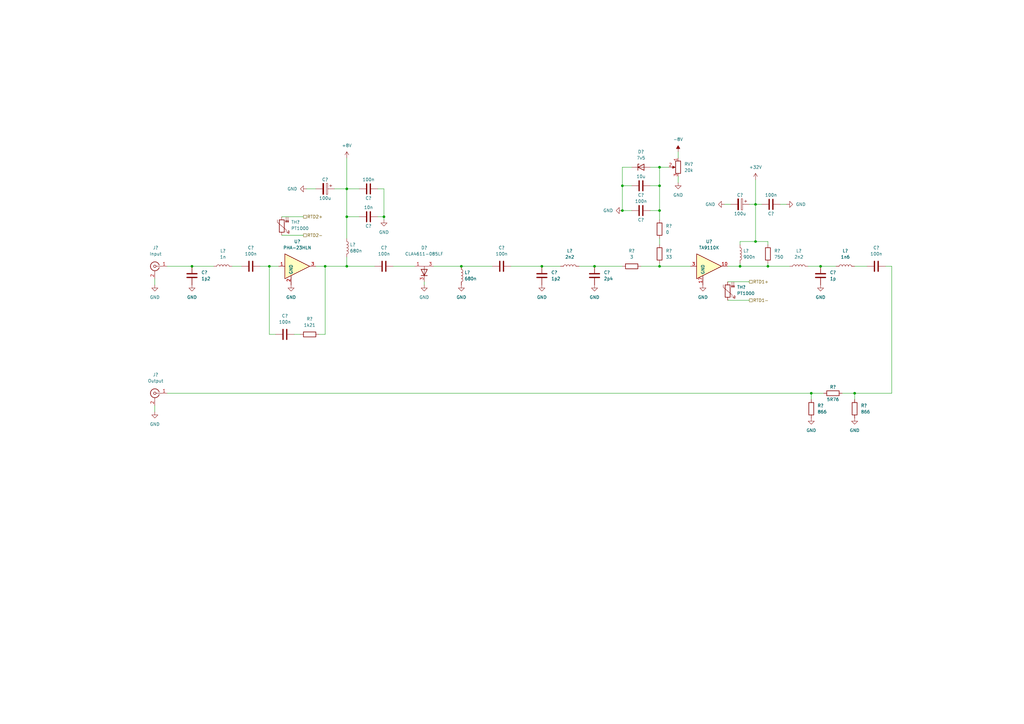
<source format=kicad_sch>
(kicad_sch (version 20211123) (generator eeschema)
  (paper "A3")
  (title_block (title "Usilitel") (date "2022-07-12") (rev "0.1") (company "M-Labs") (comment 1 "Wideband power amplifier") (comment 3 "a.k.a. topquark12") (comment 4 "Alex Wong Tat Hang"))
  (lib_symbols
    (symbol "Connector:Conn_Coaxial" (pin_names (offset 1.016) hide)
      (property "Reference" "J" (at 0.254 3.048 0))
      (property "Value" "Conn_Coaxial" (at 2.921 0 90))
      (symbol "Conn_Coaxial_0_1"
        (arc (start -1.778 -0.508) (mid 0.222 -1.808) (end 1.778 0) (stroke (width 0.254)))
        (polyline (pts (xy -2.54 0) (xy -0.508 0)))
        (polyline (pts (xy 0 -2.54) (xy 0 -1.778)))
        (circle (center 0 0) (radius 0.508) (stroke (width 0.2032)))
        (arc (start 1.778 0) (mid 0.222 1.8083) (end -1.778 0.508) (stroke (width 0.254)))
      )
      (symbol "Conn_Coaxial_1_1"
        (pin passive line (at -5.08 0 0) (length 2.54) (name "In") (number "1"))
        (pin passive line (at 0 -5.08 90) (length 2.54) (name "Ext") (number "2"))
      )
    )
    (symbol "Device:C" (pin_numbers hide) (pin_names (offset 0.254))
      (property "Reference" "C" (at 0.635 2.54 0))
      (property "Value" "C" (at 0.635 -2.54 0))
      (symbol "C_0_1"
        (polyline (pts (xy -2.032 -0.762) (xy 2.032 -0.762)) (stroke (width 0.508)))
        (polyline (pts (xy -2.032 0.762) (xy 2.032 0.762)) (stroke (width 0.508)))
      )
      (symbol "C_1_1"
        (pin passive line (at 0 3.81 270) (length 2.794) (name "~") (number "1"))
        (pin passive line (at 0 -3.81 90) (length 2.794) (name "~") (number "2"))
      )
    )
    (symbol "Device:C_Polarized" (pin_numbers hide) (pin_names (offset 0.254))
      (property "Reference" "C" (at 0.635 2.54 0))
      (property "Value" "C_Polarized" (at 0.635 -2.54 0))
      (symbol "C_Polarized_0_1"
        (rectangle (start -2.286 0.508) (end 2.286 1.016))
        (polyline (pts (xy -1.778 2.286) (xy -0.762 2.286)))
        (polyline (pts (xy -1.27 2.794) (xy -1.27 1.778)))
        (rectangle (start 2.286 -0.508) (end -2.286 -1.016) (fill (type outline)))
      )
      (symbol "C_Polarized_1_1"
        (pin passive line (at 0 3.81 270) (length 2.794) (name "~") (number "1"))
        (pin passive line (at 0 -3.81 90) (length 2.794) (name "~") (number "2"))
      )
    )
    (symbol "Device:D_Zener" (pin_numbers hide) (pin_names (offset 1.016) hide)
      (property "Reference" "D" (at 0 2.54 0))
      (property "Value" "D_Zener" (at 0 -2.54 0))
      (symbol "D_Zener_0_1"
        (polyline (pts (xy 1.27 0) (xy -1.27 0)))
        (polyline (pts (xy -1.27 -1.27) (xy -1.27 1.27) (xy -0.762 1.27)) (stroke (width 0.254)))
        (polyline (pts (xy 1.27 -1.27) (xy 1.27 1.27) (xy -1.27 0) (xy 1.27 -1.27)) (stroke (width 0.254)))
      )
      (symbol "D_Zener_1_1"
        (pin passive line (at -3.81 0 0) (length 2.54) (name "K") (number "1"))
        (pin passive line (at 3.81 0 180) (length 2.54) (name "A") (number "2"))
      )
    )
    (symbol "Device:L" (pin_numbers hide) (pin_names (offset 1.016) hide)
      (property "Reference" "L" (at -1.27 0 90))
      (property "Value" "L" (at 1.905 0 90))
      (symbol "L_0_1"
        (arc (start 0 -2.54) (mid 0.635 -1.905) (end 0 -1.27))
        (arc (start 0 -1.27) (mid 0.635 -0.635) (end 0 0))
        (arc (start 0 0) (mid 0.635 0.635) (end 0 1.27))
        (arc (start 0 1.27) (mid 0.635 1.905) (end 0 2.54))
      )
      (symbol "L_1_1"
        (pin passive line (at 0 3.81 270) (length 1.27) (name "1") (number "1"))
        (pin passive line (at 0 -3.81 90) (length 1.27) (name "2") (number "2"))
      )
    )
    (symbol "Device:R" (pin_numbers hide) (pin_names (offset 0))
      (property "Reference" "R" (at 2.032 0 90))
      (property "Value" "R" (at 0 0 90))
      (symbol "R_0_1"
        (rectangle (start -1.016 -2.54) (end 1.016 2.54) (stroke (width 0.254)))
      )
      (symbol "R_1_1"
        (pin passive line (at 0 3.81 270) (length 1.27) (name "~") (number "1"))
        (pin passive line (at 0 -3.81 90) (length 1.27) (name "~") (number "2"))
      )
    )
    (symbol "Device:R_Potentiometer" (pin_names (offset 1.016) hide)
      (property "Reference" "RV" (at -4.445 0 90))
      (property "Value" "R_Potentiometer" (at -2.54 0 90))
      (symbol "R_Potentiometer_0_1"
        (polyline (pts (xy 2.54 0) (xy 1.524 0)))
        (polyline (pts (xy 1.143 0) (xy 2.286 0.508) (xy 2.286 -0.508) (xy 1.143 0)) (fill (type outline)))
        (rectangle (start 1.016 2.54) (end -1.016 -2.54) (stroke (width 0.254)))
      )
      (symbol "R_Potentiometer_1_1"
        (pin passive line (at 0 3.81 270) (length 1.27) (name "1") (number "1"))
        (pin passive line (at 3.81 0 180) (length 1.27) (name "2") (number "2"))
        (pin passive line (at 0 -3.81 90) (length 1.27) (name "3") (number "3"))
      )
    )
    (symbol "Device:Thermistor_PTC" (pin_numbers hide) (pin_names (offset 0))
      (property "Reference" "TH" (at -4.064 0 90))
      (property "Value" "Thermistor_PTC" (at 3.048 0 90))
      (symbol "Thermistor_PTC_0_1"
        (arc (start -3.048 2.159) (mid -3.0505 2.3165) (end -3.175 2.413))
        (arc (start -3.048 2.159) (mid -2.9736 1.9794) (end -2.794 1.905))
        (arc (start -3.048 2.794) (mid -2.9736 2.6144) (end -2.794 2.54))
        (arc (start -2.794 1.905) (mid -2.6144 1.9794) (end -2.54 2.159))
        (arc (start -2.794 2.54) (mid -2.434 2.5608) (end -2.159 2.794))
        (arc (start -2.794 3.048) (mid -2.9736 2.9736) (end -3.048 2.794))
        (arc (start -2.54 2.794) (mid -2.6144 2.9736) (end -2.794 3.048))
        (rectangle (start -1.016 2.54) (end 1.016 -2.54) (stroke (width 0.254)))
        (polyline (pts (xy -2.54 2.159) (xy -2.54 2.794)))
        (polyline (pts (xy -1.778 2.54) (xy -1.778 1.524) (xy 1.778 -1.524) (xy 1.778 -2.54)))
        (polyline (pts (xy -2.54 -3.683) (xy -2.54 -1.397) (xy -2.794 -2.159) (xy -2.286 -2.159) (xy -2.54 -1.397) (xy -2.54 -1.651)) (fill (type outline)))
        (polyline (pts (xy -1.778 -3.683) (xy -1.778 -1.397) (xy -2.032 -2.159) (xy -1.524 -2.159) (xy -1.778 -1.397) (xy -1.778 -1.651)) (fill (type outline)))
      )
      (symbol "Thermistor_PTC_1_1"
        (pin passive line (at 0 3.81 270) (length 1.27) (name "~") (number "1"))
        (pin passive line (at 0 -3.81 90) (length 1.27) (name "~") (number "2"))
      )
    )
    (symbol "RF_Amplifier:PHA-23HLN"
      (property "Reference" "U" (at -1.27 7.62 0))
      (property "Value" "PHA-23HLN" (at 2.54 5.08 0))
      (symbol "PHA-23HLN_0_1"
        (polyline (pts (xy 5.08 0) (xy -5.08 5.08) (xy -5.08 -5.08) (xy 5.08 0)) (stroke (width 0.254)) (fill (type background)))
      )
      (symbol "PHA-23HLN_1_1"
        (pin input line (at -7.62 0 0) (length 2.54) (name "~") (number "1"))
        (pin power_in line (at -2.54 -7.62 90) (length 3.81) (name "GND") (number "2"))
        (pin output line (at 7.62 0 180) (length 2.54) (name "~") (number "3"))
      )
    )
    (symbol "power:+8V" (power) (pin_names (offset 0))
      (property "Value" "+8V" (at 0 3.556 0))
      (symbol "+8V_0_1"
        (polyline (pts (xy -0.762 1.27) (xy 0 2.54)))
        (polyline (pts (xy 0 0) (xy 0 2.54)))
        (polyline (pts (xy 0 2.54) (xy 0.762 1.27)))
      )
      (symbol "+8V_1_1"
        (pin power_in line (at 0 0 90) (length 0) hide (name "+8V") (number "1"))
      )
    )
    (symbol "power:-8V" (power) (pin_names (offset 0))
      (property "Value" "-8V" (at 0 3.81 0))
      (symbol "-8V_0_0"
        (pin power_in line (at 0 0 90) (length 0) hide (name "-8V") (number "1"))
      )
      (symbol "-8V_0_1"
        (polyline (pts (xy 0 0) (xy 0 1.27) (xy 0.762 1.27) (xy 0 2.54) (xy -0.762 1.27) (xy 0 1.27)) (fill (type outline)))
      )
    )
    (symbol "power:GND" (power) (pin_names (offset 0))
      (property "Value" "GND" (at 0 -3.81 0))
      (symbol "GND_0_1"
        (polyline (pts (xy 0 0) (xy 0 -1.27) (xy 1.27 -1.27) (xy 0 -2.54) (xy -1.27 -1.27) (xy 0 -1.27)))
      )
      (symbol "GND_1_1"
        (pin power_in line (at 0 0 270) (length 0) hide (name "GND") (number "1"))
      )
    )
    (symbol "usilitel:+32V" (power) (pin_names (offset 0))
      (property "Value" "+32V" (at 0 3.556 0))
      (symbol "+32V_0_1"
        (polyline (pts (xy -0.762 1.27) (xy 0 2.54)))
        (polyline (pts (xy 0 0) (xy 0 2.54)))
        (polyline (pts (xy 0 2.54) (xy 0.762 1.27)))
      )
      (symbol "+32V_1_1"
        (pin power_in line (at 0 0 90) (length 0) hide (name "+32V") (number "1"))
      )
    )
    (symbol "usilitel:CLA4611-085LF"
      (property "Reference" "D" (at 0 2.54 0))
      (property "Value" "CLA4611-085LF" (at 0 5.08 0))
      (symbol "CLA4611-085LF_0_1"
        (polyline (pts (xy -1.27 -3.81) (xy 1.27 -3.81)) (stroke (width 0.254)))
        (polyline (pts (xy -1.27 0) (xy 1.27 0)))
        (polyline (pts (xy 0 -1.27) (xy 0 -3.81)))
        (polyline (pts (xy 0 -1.27) (xy 0 0)))
        (polyline (pts (xy -1.27 -1.27) (xy 1.27 -1.27) (xy 0 -3.81) (xy -1.27 -1.27)) (stroke (width 0.254)))
      )
      (symbol "CLA4611-085LF_1_1"
        (pin passive line (at -3.81 0 0) (length 2.54) (name "A") (number "1"))
        (pin passive line (at 3.81 0 180) (length 2.54) (name "A") (number "3"))
        (pin passive line (at 0 -6.35 90) (length 2.54) (name "K") (number "3"))
      )
    )
    (symbol "usilitel:TA9110K"
      (property "Reference" "U" (at 5.08 7.62 0))
      (property "Value" "TA9110K" (at 5.08 5.08 0))
      (symbol "TA9110K_0_0"
        (pin power_in line (at 0 -7.62 90) (length 2.54) hide (name "GND") (number "1"))
        (pin power_in line (at 0 -7.62 90) (length 2.54) hide (name "GND") (number "11"))
        (pin power_in line (at 0 -7.62 90) (length 2.54) hide (name "GND") (number "12"))
        (pin power_in line (at 0 -7.62 90) (length 2.54) hide (name "GND") (number "13"))
        (pin power_in line (at 0 -7.62 90) (length 2.54) hide (name "GND") (number "14"))
        (pin power_in line (at 0 -7.62 90) (length 2.54) hide (name "GND") (number "15"))
        (pin power_in line (at 0 -7.62 90) (length 2.54) hide (name "GND") (number "16"))
        (pin power_in line (at 0 -7.62 90) (length 2.54) hide (name "GND") (number "2"))
        (pin power_in line (at 0 -7.62 90) (length 2.54) hide (name "GND") (number "4"))
        (pin power_in line (at 0 -7.62 90) (length 2.54) hide (name "GND") (number "5"))
        (pin power_in line (at 0 -7.62 90) (length 2.54) hide (name "GND") (number "6"))
        (pin power_in line (at 0 -7.62 90) (length 2.54) hide (name "GND") (number "7"))
        (pin power_in line (at 0 -7.62 90) (length 2.54) hide (name "GND") (number "8"))
        (pin power_in line (at 0 -7.62 90) (length 2.54) hide (name "GND") (number "9"))
      )
      (symbol "TA9110K_0_1"
        (polyline (pts (xy 7.62 0) (xy -2.54 5.08) (xy -2.54 -5.08) (xy 7.62 0)) (stroke (width 0.254)) (fill (type background)))
      )
      (symbol "TA9110K_1_1"
        (pin output line (at 10.16 0 180) (length 2.54) (name "~") (number "10"))
        (pin power_in line (at 0 -7.62 90) (length 3.81) (name "GND") (number "17"))
        (pin input line (at -5.08 0 0) (length 2.54) (name "~") (number "3"))
      )
    )
  )
  (junction (at 142.24 88.9))
  (junction (at 270.51 109.22))
  (junction (at 78.74 109.22))
  (junction (at 270.51 68.58))
  (junction (at 270.51 76.2))
  (junction (at 255.27 86.36))
  (junction (at 243.84 109.22))
  (junction (at 350.52 161.29))
  (junction (at 133.35 109.22))
  (junction (at 332.74 161.29))
  (junction (at 157.48 88.9))
  (junction (at 314.96 109.22))
  (junction (at 255.27 76.2))
  (junction (at 309.88 99.06))
  (junction (at 142.24 77.47))
  (junction (at 110.49 109.22))
  (junction (at 142.24 109.22))
  (junction (at 336.55 109.22))
  (junction (at 270.51 86.36))
  (junction (at 303.53 109.22))
  (junction (at 189.23 109.22))
  (junction (at 222.25 109.22))
  (junction (at 309.88 83.82))
  (wire (pts (xy 303.53 107.95) (xy 303.53 109.22)))
  (wire (pts (xy 243.84 109.22) (xy 255.27 109.22)))
  (wire (pts (xy 266.7 76.2) (xy 270.51 76.2)))
  (wire (pts (xy 106.68 109.22) (xy 110.49 109.22)))
  (wire (pts (xy 63.5 168.91) (xy 63.5 166.37)))
  (wire (pts (xy 298.45 123.19) (xy 307.34 123.19)))
  (wire (pts (xy 274.32 68.58) (xy 270.51 68.58)))
  (wire (pts (xy 332.74 161.29) (xy 332.74 163.83)))
  (wire (pts (xy 350.52 161.29) (xy 365.76 161.29)))
  (wire (pts (xy 115.57 96.52) (xy 124.46 96.52)))
  (wire (pts (xy 309.88 99.06) (xy 314.96 99.06)))
  (wire (pts (xy 177.8 109.22) (xy 189.23 109.22)))
  (wire (pts (xy 303.53 100.33) (xy 303.53 99.06)))
  (wire (pts (xy 157.48 88.9) (xy 157.48 77.47)))
  (wire (pts (xy 209.55 109.22) (xy 222.25 109.22)))
  (wire (pts (xy 266.7 86.36) (xy 270.51 86.36)))
  (wire (pts (xy 278.13 62.23) (xy 278.13 64.77)))
  (wire (pts (xy 173.99 116.84) (xy 173.99 115.57)))
  (wire (pts (xy 133.35 137.16) (xy 133.35 109.22)))
  (wire (pts (xy 142.24 88.9) (xy 147.32 88.9)))
  (wire (pts (xy 365.76 109.22) (xy 363.22 109.22)))
  (wire (pts (xy 120.65 137.16) (xy 123.19 137.16)))
  (wire (pts (xy 113.03 137.16) (xy 110.49 137.16)))
  (wire (pts (xy 255.27 68.58) (xy 259.08 68.58)))
  (wire (pts (xy 78.74 109.22) (xy 87.63 109.22)))
  (wire (pts (xy 270.51 97.79) (xy 270.51 100.33)))
  (wire (pts (xy 115.57 88.9) (xy 124.46 88.9)))
  (wire (pts (xy 110.49 109.22) (xy 114.3 109.22)))
  (wire (pts (xy 314.96 109.22) (xy 303.53 109.22)))
  (wire (pts (xy 161.29 109.22) (xy 170.18 109.22)))
  (wire (pts (xy 314.96 109.22) (xy 323.85 109.22)))
  (wire (pts (xy 130.81 137.16) (xy 133.35 137.16)))
  (wire (pts (xy 142.24 109.22) (xy 153.67 109.22)))
  (wire (pts (xy 314.96 99.06) (xy 314.96 100.33)))
  (wire (pts (xy 63.5 116.84) (xy 63.5 114.3)))
  (wire (pts (xy 303.53 99.06) (xy 309.88 99.06)))
  (wire (pts (xy 255.27 76.2) (xy 255.27 68.58)))
  (wire (pts (xy 142.24 77.47) (xy 147.32 77.47)))
  (wire (pts (xy 270.51 109.22) (xy 283.21 109.22)))
  (wire (pts (xy 142.24 88.9) (xy 142.24 77.47)))
  (wire (pts (xy 137.16 77.47) (xy 142.24 77.47)))
  (wire (pts (xy 309.88 83.82) (xy 309.88 99.06)))
  (wire (pts (xy 365.76 161.29) (xy 365.76 109.22)))
  (wire (pts (xy 350.52 109.22) (xy 355.6 109.22)))
  (wire (pts (xy 189.23 109.22) (xy 201.93 109.22)))
  (wire (pts (xy 298.45 115.57) (xy 307.34 115.57)))
  (wire (pts (xy 266.7 68.58) (xy 270.51 68.58)))
  (wire (pts (xy 222.25 109.22) (xy 229.87 109.22)))
  (wire (pts (xy 255.27 86.36) (xy 255.27 76.2)))
  (wire (pts (xy 336.55 109.22) (xy 342.9 109.22)))
  (wire (pts (xy 157.48 77.47) (xy 154.94 77.47)))
  (wire (pts (xy 332.74 161.29) (xy 337.82 161.29)))
  (wire (pts (xy 142.24 88.9) (xy 142.24 97.79)))
  (wire (pts (xy 157.48 88.9) (xy 157.48 90.17)))
  (wire (pts (xy 345.44 161.29) (xy 350.52 161.29)))
  (wire (pts (xy 133.35 109.22) (xy 129.54 109.22)))
  (wire (pts (xy 133.35 109.22) (xy 142.24 109.22)))
  (wire (pts (xy 320.04 83.82) (xy 322.58 83.82)))
  (wire (pts (xy 278.13 72.39) (xy 278.13 74.93)))
  (wire (pts (xy 270.51 68.58) (xy 270.51 76.2)))
  (wire (pts (xy 262.89 109.22) (xy 270.51 109.22)))
  (wire (pts (xy 270.51 76.2) (xy 270.51 86.36)))
  (wire (pts (xy 237.49 109.22) (xy 243.84 109.22)))
  (wire (pts (xy 110.49 137.16) (xy 110.49 109.22)))
  (wire (pts (xy 331.47 109.22) (xy 336.55 109.22)))
  (wire (pts (xy 350.52 161.29) (xy 350.52 163.83)))
  (wire (pts (xy 270.51 107.95) (xy 270.51 109.22)))
  (wire (pts (xy 309.88 73.66) (xy 309.88 83.82)))
  (wire (pts (xy 307.34 83.82) (xy 309.88 83.82)))
  (wire (pts (xy 142.24 64.77) (xy 142.24 77.47)))
  (wire (pts (xy 154.94 88.9) (xy 157.48 88.9)))
  (wire (pts (xy 142.24 105.41) (xy 142.24 109.22)))
  (wire (pts (xy 270.51 86.36) (xy 270.51 90.17)))
  (wire (pts (xy 303.53 109.22) (xy 298.45 109.22)))
  (wire (pts (xy 95.25 109.22) (xy 99.06 109.22)))
  (wire (pts (xy 314.96 107.95) (xy 314.96 109.22)))
  (wire (pts (xy 309.88 83.82) (xy 312.42 83.82)))
  (wire (pts (xy 255.27 86.36) (xy 259.08 86.36)))
  (wire (pts (xy 255.27 76.2) (xy 259.08 76.2)))
  (wire (pts (xy 125.73 77.47) (xy 129.54 77.47)))
  (wire (pts (xy 68.58 109.22) (xy 78.74 109.22)))
  (wire (pts (xy 68.58 161.29) (xy 332.74 161.29)))
  (wire (pts (xy 299.72 83.82) (xy 297.18 83.82)))
  (hierarchical_label "RTD2-" (shape passive) (at 124.46 96.52 0))
  (hierarchical_label "RTD2+" (shape passive) (at 124.46 88.9 0))
  (hierarchical_label "RTD1-" (shape passive) (at 307.34 123.19 0))
  (hierarchical_label "RTD1+" (shape passive) (at 307.34 115.57 0))
  (symbol (lib_id "Device:L") (at 142.24 101.6 0) (unit 1)
    (property "Reference" "L?" (at 143.51 100.3299 0) (effects (justify left)))
    (property "Value" "680n" (at 143.51 102.8699 0) (effects (justify left)))
  )
  (symbol (lib_id "power:GND") (at 63.5 168.91 0) (unit 1)
    (property "Reference" "#PWR?" (effects hide))
    (property "Value" "GND" (at 63.5 173.99 0))
  )
  (symbol (lib_id "usilitel:CLA4611-085LF") (at 173.99 109.22 0) (unit 1)
    (property "Reference" "D?" (at 173.99 101.6 0))
    (property "Value" "CLA4611-085LF" (at 173.99 104.14 0))
    (property "Footprint" "usilitel:CLA4611-085LF" (effects hide))
  )
  (symbol (lib_id "RF_Amplifier:PHA-23HLN") (at 121.92 109.22 0) (unit 1)
    (property "Reference" "U?" (at 121.92 99.06 0))
    (property "Value" "PHA-23HLN" (at 121.92 101.6 0))
    (property "Footprint" "Package_TO_SOT_SMD:SOT-89-3" (effects hide))
    (property "Datasheet" "https://www.minicircuits.com/pdfs/PHA-23HLN+.pdf" (effects hide))
  )
  (symbol (lib_id "power:GND") (at 288.29 116.84 0) (unit 1)
    (property "Reference" "#PWR?" (effects hide))
    (property "Value" "GND" (at 288.29 121.92 0))
  )
  (symbol (lib_id "Device:Thermistor_PTC") (at 298.45 119.38 180) (unit 1)
    (property "Reference" "TH?" (at 302.26 117.7924 0) (effects (justify right)))
    (property "Value" "PT1000" (at 302.26 120.3324 0) (effects (justify right)))
  )
  (symbol (lib_id "power:GND") (at 336.55 116.84 0) (unit 1)
    (property "Reference" "#PWR?" (effects hide))
    (property "Value" "GND" (at 336.55 121.92 0))
  )
  (symbol (lib_id "Device:L") (at 91.44 109.22 90) (unit 1)
    (property "Reference" "L?" (at 91.44 102.87 90))
    (property "Value" "1n" (at 91.44 105.41 90))
  )
  (symbol (lib_id "Device:R") (at 259.08 109.22 90) (unit 1)
    (property "Reference" "R?" (at 259.08 102.87 90))
    (property "Value" "3" (at 259.08 105.41 90))
  )
  (symbol (lib_id "Device:R") (at 341.63 161.29 90) (unit 1)
    (property "Reference" "R?" (at 341.63 158.75 90))
    (property "Value" "5R76" (at 341.63 163.83 90))
  )
  (symbol (lib_id "Device:C") (at 243.84 113.03 0) (unit 1)
    (property "Reference" "C?" (at 247.65 111.7599 0) (effects (justify left)))
    (property "Value" "2p4" (at 247.65 114.2999 0) (effects (justify left)))
  )
  (symbol (lib_id "power:GND") (at 297.18 83.82 270) (unit 1)
    (property "Reference" "#PWR?" (effects hide))
    (property "Value" "GND" (at 293.37 83.8199 90) (effects (justify right)))
  )
  (symbol (lib_id "Device:R") (at 127 137.16 90) (unit 1)
    (property "Reference" "R?" (at 127 130.81 90))
    (property "Value" "1k21" (at 127 133.35 90))
  )
  (symbol (lib_id "Connector:Conn_Coaxial") (at 63.5 161.29 0) (mirror y) (unit 1)
    (property "Reference" "J?" (at 63.8174 153.67 0))
    (property "Value" "Output" (at 63.8174 156.21 0))
    (property "Datasheet" " ~" (effects hide))
  )
  (symbol (lib_id "Device:C") (at 336.55 113.03 0) (unit 1)
    (property "Reference" "C?" (at 340.36 111.7599 0) (effects (justify left)))
    (property "Value" "1p" (at 340.36 114.2999 0) (effects (justify left)))
  )
  (symbol (lib_id "Device:R") (at 270.51 104.14 0) (unit 1)
    (property "Reference" "R?" (at 273.05 102.8699 0) (effects (justify left)))
    (property "Value" "33" (at 273.05 105.4099 0) (effects (justify left)))
  )
  (symbol (lib_id "Connector:Conn_Coaxial") (at 63.5 109.22 0) (mirror y) (unit 1)
    (property "Reference" "J?" (at 63.8174 101.6 0))
    (property "Value" "Input" (at 63.8174 104.14 0))
    (property "Datasheet" " ~" (effects hide))
  )
  (symbol (lib_id "Device:C_Polarized") (at 303.53 83.82 270) (unit 1)
    (property "Reference" "C?" (at 303.53 80.01 90))
    (property "Value" "100u" (at 303.53 87.63 90))
  )
  (symbol (lib_id "Device:C") (at 262.89 76.2 90) (unit 1)
    (property "Reference" "C?" (at 262.89 80.01 90))
    (property "Value" "10u" (at 262.89 72.39 90))
  )
  (symbol (lib_id "power:GND") (at 332.74 171.45 0) (unit 1)
    (property "Reference" "#PWR?" (effects hide))
    (property "Value" "GND" (at 332.74 176.53 0))
  )
  (symbol (lib_id "Device:C") (at 359.41 109.22 90) (unit 1)
    (property "Reference" "C?" (at 359.41 101.6 90))
    (property "Value" "100n" (at 359.41 104.14 90))
  )
  (symbol (lib_id "Device:R") (at 270.51 93.98 0) (unit 1)
    (property "Reference" "R?" (at 273.05 92.7099 0) (effects (justify left)))
    (property "Value" "0" (at 273.05 95.2499 0) (effects (justify left)))
  )
  (symbol (lib_id "Device:C") (at 205.74 109.22 90) (unit 1)
    (property "Reference" "C?" (at 205.74 101.6 90))
    (property "Value" "100n" (at 205.74 104.14 90))
  )
  (symbol (lib_id "Device:C") (at 157.48 109.22 90) (unit 1)
    (property "Reference" "C?" (at 157.48 101.6 90))
    (property "Value" "100n" (at 157.48 104.14 90))
  )
  (symbol (lib_id "Device:C") (at 116.84 137.16 90) (unit 1)
    (property "Reference" "C?" (at 116.84 129.54 90))
    (property "Value" "100n" (at 116.84 132.08 90))
  )
  (symbol (lib_id "power:-8V") (at 278.13 62.23 0) (unit 1)
    (property "Reference" "#PWR?" (effects hide))
    (property "Value" "-8V" (at 278.13 57.15 0))
  )
  (symbol (lib_id "power:GND") (at 350.52 171.45 0) (unit 1)
    (property "Reference" "#PWR?" (effects hide))
    (property "Value" "GND" (at 350.52 176.53 0))
  )
  (symbol (lib_id "power:GND") (at 157.48 90.17 0) (unit 1)
    (property "Reference" "#PWR?" (effects hide))
    (property "Value" "GND" (at 157.48 95.25 0))
  )
  (symbol (lib_id "power:+8V") (at 142.24 64.77 0) (unit 1)
    (property "Reference" "#PWR?" (effects hide))
    (property "Value" "+8V" (at 142.24 59.69 0))
  )
  (symbol (lib_id "Device:C") (at 316.23 83.82 90) (unit 1)
    (property "Reference" "C?" (at 316.23 87.63 90))
    (property "Value" "100n" (at 316.23 80.01 90))
  )
  (symbol (lib_id "power:GND") (at 63.5 116.84 0) (unit 1)
    (property "Reference" "#PWR?" (effects hide))
    (property "Value" "GND" (at 63.5 121.92 0))
  )
  (symbol (lib_id "Device:L") (at 189.23 113.03 0) (unit 1)
    (property "Reference" "L?" (at 190.5 111.7599 0) (effects (justify left)))
    (property "Value" "680n" (at 190.5 114.2999 0) (effects (justify left)))
  )
  (symbol (lib_id "Device:C") (at 151.13 88.9 90) (unit 1)
    (property "Reference" "C?" (at 151.13 92.71 90))
    (property "Value" "10n" (at 151.13 85.09 90))
  )
  (symbol (lib_id "power:GND") (at 189.23 116.84 0) (unit 1)
    (property "Reference" "#PWR?" (effects hide))
    (property "Value" "GND" (at 189.23 121.92 0))
  )
  (symbol (lib_id "Device:R") (at 332.74 167.64 0) (unit 1)
    (property "Reference" "R?" (at 335.28 166.3699 0) (effects (justify left)))
    (property "Value" "866" (at 335.28 168.9099 0) (effects (justify left)))
  )
  (symbol (lib_id "Device:C") (at 222.25 113.03 0) (unit 1)
    (property "Reference" "C?" (at 226.06 111.7599 0) (effects (justify left)))
    (property "Value" "1p2" (at 226.06 114.2999 0) (effects (justify left)))
  )
  (symbol (lib_id "Device:C") (at 102.87 109.22 90) (unit 1)
    (property "Reference" "C?" (at 102.87 101.6 90))
    (property "Value" "100n" (at 102.87 104.14 90))
  )
  (symbol (lib_id "power:GND") (at 125.73 77.47 270) (unit 1)
    (property "Reference" "#PWR?" (effects hide))
    (property "Value" "GND" (at 121.92 77.4699 90) (effects (justify right)))
  )
  (symbol (lib_id "usilitel:TA9110K") (at 288.29 109.22 0) (unit 1)
    (property "Reference" "U?" (at 290.83 99.06 0))
    (property "Value" "TA9110K" (at 290.83 101.6 0))
    (property "Footprint" "Package_DFN_QFN:QFN-16-1EP_3x3mm_P0.5mm_EP1.7x1.7mm" (effects hide))
  )
  (symbol (lib_id "Device:D_Zener") (at 262.89 68.58 0) (unit 1)
    (property "Reference" "D?" (at 262.89 62.23 0))
    (property "Value" "7v5" (at 262.89 64.77 0))
  )
  (symbol (lib_id "power:GND") (at 222.25 116.84 0) (unit 1)
    (property "Reference" "#PWR?" (effects hide))
    (property "Value" "GND" (at 222.25 121.92 0))
  )
  (symbol (lib_id "Device:C") (at 151.13 77.47 90) (unit 1)
    (property "Reference" "C?" (at 151.13 81.28 90))
    (property "Value" "100n" (at 151.13 73.66 90))
  )
  (symbol (lib_id "power:GND") (at 173.99 116.84 0) (unit 1)
    (property "Reference" "#PWR?" (effects hide))
    (property "Value" "GND" (at 173.99 121.92 0))
  )
  (symbol (lib_id "usilitel:+32V") (at 309.88 73.66 0) (unit 1)
    (property "Reference" "#PWR?" (effects hide))
    (property "Value" "+32V" (at 309.88 68.58 0))
  )
  (symbol (lib_id "Device:L") (at 233.68 109.22 90) (unit 1)
    (property "Reference" "L?" (at 233.68 102.87 90))
    (property "Value" "2n2" (at 233.68 105.41 90))
  )
  (symbol (lib_id "Device:Thermistor_PTC") (at 115.57 92.71 180) (unit 1)
    (property "Reference" "TH?" (at 119.38 91.1224 0) (effects (justify right)))
    (property "Value" "PT1000" (at 119.38 93.6624 0) (effects (justify right)))
  )
  (symbol (lib_id "Device:C") (at 78.74 113.03 0) (unit 1)
    (property "Reference" "C?" (at 82.55 111.76 0) (effects (justify left)))
    (property "Value" "1p2" (at 82.55 114.3 0) (effects (justify left)))
  )
  (symbol (lib_id "power:GND") (at 278.13 74.93 0) (unit 1)
    (property "Reference" "#PWR?" (effects hide))
    (property "Value" "GND" (at 278.13 80.01 0))
  )
  (symbol (lib_id "power:GND") (at 243.84 116.84 0) (unit 1)
    (property "Reference" "#PWR?" (effects hide))
    (property "Value" "GND" (at 243.84 121.92 0))
  )
  (symbol (lib_id "power:GND") (at 255.27 86.36 270) (unit 1)
    (property "Reference" "#PWR?" (effects hide))
    (property "Value" "GND" (at 251.46 86.3599 90) (effects (justify right)))
  )
  (symbol (lib_id "Device:R") (at 314.96 104.14 0) (unit 1)
    (property "Reference" "R?" (at 317.5 102.8699 0) (effects (justify left)))
    (property "Value" "750" (at 317.5 105.4099 0) (effects (justify left)))
  )
  (symbol (lib_id "Device:L") (at 327.66 109.22 90) (unit 1)
    (property "Reference" "L?" (at 327.66 102.87 90))
    (property "Value" "2n2" (at 327.66 105.41 90))
  )
  (symbol (lib_id "Device:R_Potentiometer") (at 278.13 68.58 0) (mirror y) (unit 1)
    (property "Reference" "RV?" (at 280.67 67.3099 0) (effects (justify right)))
    (property "Value" "20k" (at 280.67 69.8499 0) (effects (justify right)))
  )
  (symbol (lib_id "Device:L") (at 303.53 104.14 0) (unit 1)
    (property "Reference" "L?" (at 304.8 102.8699 0) (effects (justify left)))
    (property "Value" "900n" (at 304.8 105.4099 0) (effects (justify left)))
  )
  (symbol (lib_id "Device:C_Polarized") (at 133.35 77.47 270) (unit 1)
    (property "Reference" "C?" (at 133.35 73.66 90))
    (property "Value" "100u" (at 133.35 81.28 90))
  )
  (symbol (lib_id "power:GND") (at 78.74 116.84 0) (unit 1)
    (property "Reference" "#PWR?" (effects hide))
    (property "Value" "GND" (at 78.74 121.92 0))
  )
  (symbol (lib_id "Device:R") (at 350.52 167.64 0) (unit 1)
    (property "Reference" "R?" (at 353.06 166.3699 0) (effects (justify left)))
    (property "Value" "866" (at 353.06 168.9099 0) (effects (justify left)))
  )
  (symbol (lib_id "power:GND") (at 322.58 83.82 90) (unit 1)
    (property "Reference" "#PWR?" (effects hide))
    (property "Value" "GND" (at 326.39 83.8199 90) (effects (justify right)))
  )
  (symbol (lib_id "Device:L") (at 346.71 109.22 90) (unit 1)
    (property "Reference" "L?" (at 346.71 102.87 90))
    (property "Value" "1n6" (at 346.71 105.41 90))
  )
  (symbol (lib_id "power:GND") (at 119.38 116.84 0) (unit 1)
    (property "Reference" "#PWR?" (effects hide))
    (property "Value" "GND" (at 119.38 121.92 0))
  )
  (symbol (lib_id "Device:C") (at 262.89 86.36 90) (unit 1)
    (property "Reference" "C?" (at 262.89 90.17 90))
    (property "Value" "100n" (at 262.89 82.55 90))
  )
)
</source>
